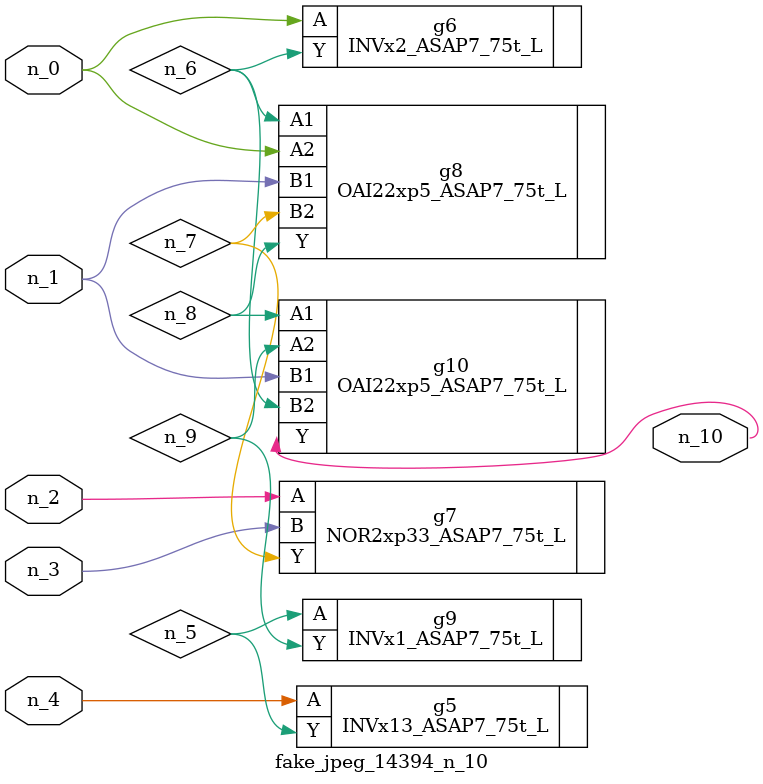
<source format=v>
module fake_jpeg_14394_n_10 (n_3, n_2, n_1, n_0, n_4, n_10);

input n_3;
input n_2;
input n_1;
input n_0;
input n_4;

output n_10;

wire n_8;
wire n_9;
wire n_6;
wire n_5;
wire n_7;

INVx13_ASAP7_75t_L g5 ( 
.A(n_4),
.Y(n_5)
);

INVx2_ASAP7_75t_L g6 ( 
.A(n_0),
.Y(n_6)
);

NOR2xp33_ASAP7_75t_L g7 ( 
.A(n_2),
.B(n_3),
.Y(n_7)
);

OAI22xp5_ASAP7_75t_L g8 ( 
.A1(n_6),
.A2(n_0),
.B1(n_1),
.B2(n_7),
.Y(n_8)
);

OAI22xp5_ASAP7_75t_L g10 ( 
.A1(n_8),
.A2(n_9),
.B1(n_1),
.B2(n_6),
.Y(n_10)
);

INVx1_ASAP7_75t_L g9 ( 
.A(n_5),
.Y(n_9)
);


endmodule
</source>
